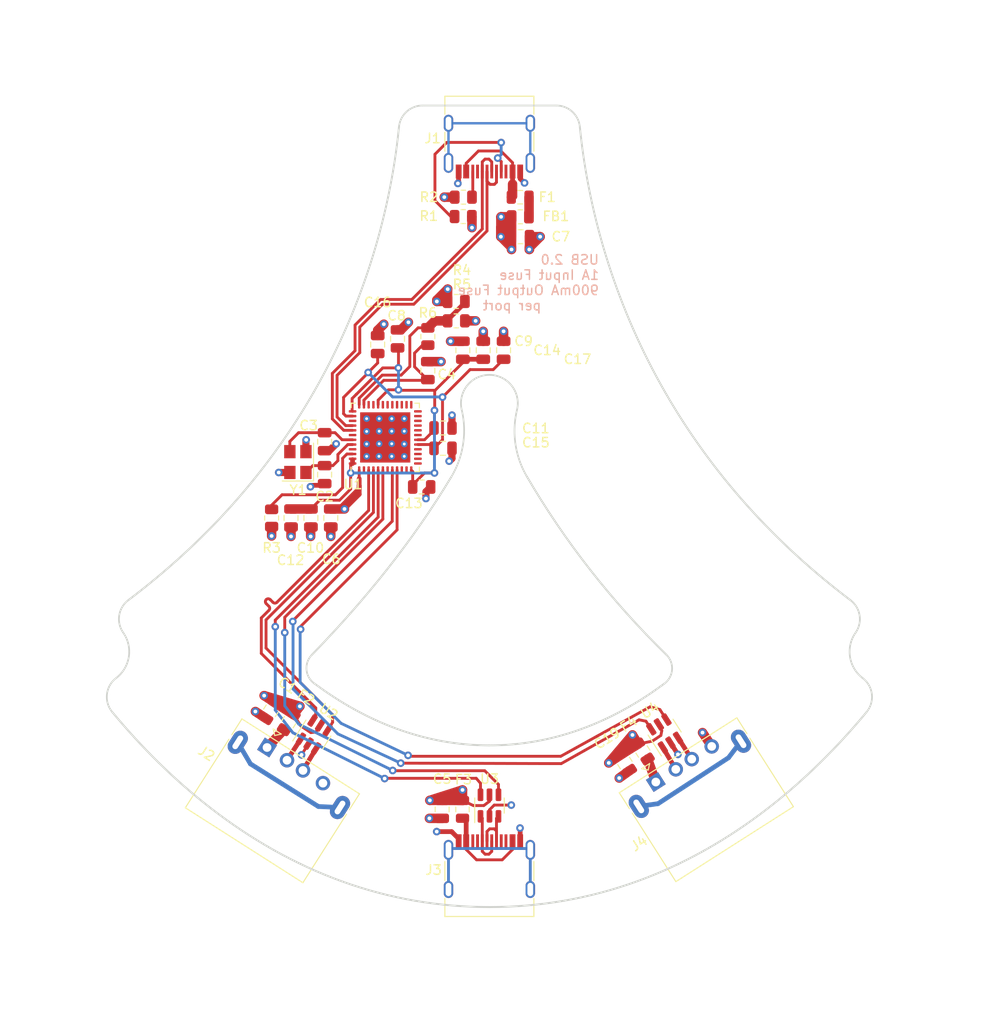
<source format=kicad_pcb>
(kicad_pcb (version 20211014) (generator pcbnew)
  (layers (0 "F.Cu" signal) (1 "In1.Cu" power) (2 "In2.Cu" power) (31 "B.Cu" signal) (34 "B.Paste" user) (35 "F.Paste" user) (36 "B.SilkS" user "B.Silkscreen") (37 "F.SilkS" user "F.Silkscreen") (38 "B.Mask" user) (39 "F.Mask" user) (44 "Edge.Cuts" user))
  (net 0 "")
  (net 1 "+5V")
  (net 2 "XTAL1")
  (net 3 "XTAL2")
  (net 4 "VCC")
  (net 5 "Net-(F2-Pad1)")
  (net 6 "Net-(F3-Pad1)")
  (net 7 "Net-(F4-Pad1)")
  (net 8 "Net-(J2-Pad2)")
  (net 9 "Net-(J2-Pad3)")
  (net 10 "+3V3")
  (net 11 "RESET")
  (net 13 "P1 D-")
  (net 14 "P1 D+")
  (net 15 "P2 D-")
  (net 16 "P2 D+")
  (net 18 "P3 D-")
  (net 19 "P3 D+")
  (net 20 "VDD12")
  (net 37 "UP D-")
  (net 38 "UP D+")
  (net 41 "Net-(F1-Pad2)")
  (net 44 "P4 D+")
  (net 45 "P4 D-")
  (net 50 "VDD33")
  (net 51 "GND")
  (net 52 "Net-(J1-PadA5)")
  (net 53 "Net-(J1-PadB5)")
  (net 54 "unconnected-(J1-PadS1)")
  (net 55 "unconnected-(J2-Pad5)")
  (net 57 "Net-(J3-PadA6)")
  (net 58 "Net-(J3-PadA7)")
  (net 62 "unconnected-(J3-PadS1)")
  (net 63 "Net-(J4-Pad2)")
  (net 64 "Net-(J4-Pad3)")
  (net 65 "unconnected-(J4-Pad5)")
  (net 66 "Net-(R3-Pad1)")
  (footprint "Capacitor_SMD:C_0805_2012Metric" (layer "F.Cu") (at 126.7 100.1 -57.5)
    (fp_text reference "C19")
    (fp_text value "1u")
  )
  (footprint "colonDcustom:USB_A_CONNFLY_DS1095-WNR0" (layer "F.Cu") (at 138.962383 97.811752 32.5)
    (fp_text reference "J4")
    (fp_text value "USB A, Port 3")
  )
  (footprint "Capacitor_SMD:C_0805_2012Metric" (layer "F.Cu") (at 95.638342 74.256379 -90)
    (fp_text reference "C6")
    (fp_text value ".1u")
  )
  (footprint "Package_TO_SOT_SMD:SOT-23-6" (layer "F.Cu") (at 130.9 97 122.5)
    (fp_text reference "U4")
    (fp_text value "USBLC6-2SC6")
  )
  (footprint "Fuse:Fuse_0805_2012Metric" (layer "F.Cu") (at 109.55 105 90)
    (fp_text reference "F3")
    (fp_text value "900m")
  )
  (footprint "Resistor_SMD:R_0805_2012Metric" (layer "F.Cu") (at 115.65 42.475 180)
    (fp_text reference "FB1")
    (fp_text value "600")
  )
  (footprint "Resistor_SMD:R_0805_2012Metric" (layer "F.Cu") (at 109.625 42.45)
    (fp_text reference "R1")
    (fp_text value "5k1")
  )
  (footprint "Resistor_SMD:R_0805_2012Metric" (layer "F.Cu") (at 89.388342 74.256379 -90)
    (fp_text reference "R3")
    (fp_text value "12k 1%")
  )
  (footprint "Capacitor_SMD:C_0805_2012Metric" (layer "F.Cu") (at 111.738342 56.556379 90)
    (fp_text reference "C14")
    (fp_text value "4.7u")
  )
  (footprint "Package_TO_SOT_SMD:SOT-23-6" (layer "F.Cu") (at 112.4 104.6 90)
    (fp_text reference "U3")
    (fp_text value "USBLC6-2SC6")
  )
  (footprint "Fuse:Fuse_0805_2012Metric" (layer "F.Cu") (at 91.2 95.8 57.5)
    (fp_text reference "F2")
    (fp_text value "900m")
  )
  (footprint "Capacitor_SMD:C_0805_2012Metric" (layer "F.Cu") (at 91.438342 74.256379 -90)
    (fp_text reference "C12")
    (fp_text value ".1u")
  )
  (footprint "colonDcustom:USB_C_Receptacle_HRO_TYPE-C-31-M-12" (layer "F.Cu") (at 112.388342 112.406379)
    (fp_text reference "J3")
    (fp_text value "USB C 2.0, Port 2")
  )
  (footprint "Capacitor_SMD:C_0805_2012Metric" (layer "F.Cu") (at 105.238342 70.981379)
    (fp_text reference "C13")
    (fp_text value ".1u")
  )
  (footprint "Package_DFN_QFN:QFN-48-1EP_7x7mm_P0.5mm_EP5.3x5.3mm" (layer "F.Cu") (at 101.388342 65.756379 90)
    (fp_text reference "U1")
    (fp_text value "USB4604-1080HN")
  )
  (footprint "Capacitor_SMD:C_0805_2012Metric" (layer "F.Cu") (at 100.588342 55.956379 90)
    (fp_text reference "C16")
    (fp_text value ".1u")
  )
  (footprint "Capacitor_SMD:C_0805_2012Metric" (layer "F.Cu") (at 109.588342 56.556379 90)
    (fp_text reference "C9")
    (fp_text value ".1u")
  )
  (footprint "Capacitor_SMD:C_0805_2012Metric" (layer "F.Cu") (at 94.988342 66.206379 90)
    (fp_text reference "C3")
    (fp_text value "8p")
  )
  (footprint "Capacitor_SMD:C_0805_2012Metric" (layer "F.Cu") (at 107.488342 66.906379)
    (fp_text reference "C15")
    (fp_text value ".1u")
  )
  (footprint "colonDcustom:USB_A_CONNFLY_DS1095-WNR0" (layer "F.Cu") (at 96.609713 104.805252 -32.5)
    (fp_text reference "J2")
    (fp_text value "USB A, Port 1")
  )
  (footprint "Capacitor_SMD:C_0805_2012Metric" (layer "F.Cu") (at 105.888342 58.706379 -90)
    (fp_text reference "C4")
    (fp_text value ".1u")
  )
  (footprint "Fuse:Fuse_0805_2012Metric" (layer "F.Cu") (at 115.638342 40.406379)
    (fp_text reference "F1")
    (fp_text value "1")
  )
  (footprint "colonDcustom:USB_C_Receptacle_HRO_TYPE-C-31-M-12" (layer "F.Cu") (at 112.388342 33.656379 180)
    (fp_text reference "J1")
    (fp_text value "USB C 2.0, Upstream")
  )
  (footprint "Crystal:Crystal_SMD_3225-4Pin_3.2x2.5mm" (layer "F.Cu") (at 92.163342 68.356379 90)
    (fp_text reference "Y1")
    (fp_text value "24M")
  )
  (footprint "Capacitor_SMD:C_0805_2012Metric" (layer "F.Cu") (at 102.688342 55.356379 90)
    (fp_text reference "C8")
    (fp_text value ".1u")
  )
  (footprint "Capacitor_SMD:C_0805_2012Metric" (layer "F.Cu") (at 113.888342 56.556379 90)
    (fp_text reference "C17")
    (fp_text value "4.7u")
  )
  (footprint "Capacitor_SMD:C_0805_2012Metric" (layer "F.Cu") (at 89.3 94.6 -122.5)
    (fp_text reference "C1")
    (fp_text value "1u")
  )
  (footprint "Resistor_SMD:R_0805_2012Metric" (layer "F.Cu") (at 108.888342 51.406379)
    (fp_text reference "R4")
    (fp_text value "50k")
  )
  (footprint "Capacitor_SMD:C_0805_2012Metric" (layer "F.Cu") (at 107.4 105 -90)
    (fp_text reference "C5")
    (fp_text value "1u")
  )
  (footprint "Package_TO_SOT_SMD:SOT-23-6" (layer "F.Cu") (at 93.9 97.1 57.5)
    (fp_text reference "U2")
    (fp_text value "USBLC6-2SC6")
  )
  (footprint "Capacitor_SMD:C_0805_2012Metric" (layer "F.Cu") (at 115.675 44.575)
    (fp_text reference "C7")
    (fp_text value "4.7u")
  )
  (footprint "Capacitor_SMD:C_0805_2012Metric" (layer "F.Cu") (at 93.538342 74.256379 -90)
    (fp_text reference "C10")
    (fp_text value ".1u")
  )
  (footprint "Capacitor_SMD:C_0805_2012Metric" (layer "F.Cu") (at 94.988342 69.681379 90)
    (fp_text reference "C2")
    (fp_text value "8p")
  )
  (footprint "Resistor_SMD:R_0805_2012Metric" (layer "F.Cu") (at 105.888342 55.106379 -90)
    (fp_text reference "R6")
    (fp_text value "10k")
  )
  (footprint "Capacitor_SMD:C_0805_2012Metric" (layer "F.Cu") (at 107.488342 64.756379)
    (fp_text reference "C11")
    (fp_text value ".1u")
  )
  (footprint "Resistor_SMD:R_0805_2012Metric" (layer "F.Cu") (at 109.638342 40.406379 180)
    (fp_text reference "R2")
    (fp_text value "5k1")
  )
  (footprint "Resistor_SMD:R_0805_2012Metric" (layer "F.Cu") (at 108.888342 53.456379)
    (fp_text reference "R5")
    (fp_text value "100k")
  )
  (footprint "Fuse:Fuse_0805_2012Metric" (layer "F.Cu") (at 128.6 98.9 122.5)
    (fp_text reference "F4")
    (fp_text value "900m")
  )
  (gr_curve (pts (xy 72.556349 94.730864) (xy 74.105144 96.600333) (xy 75.745245 98.392551) (xy 77.479622 100.091163)) (layer "Edge.Cuts") (width 0.2))
  (gr_curve (pts (xy 123.077238 40.312852) (xy 122.571591 37.90297) (xy 122.18894 35.46246) (xy 121.94447 32.987543)) (layer "Edge.Cuts") (width 0.2))
  (gr_curve (pts (xy 135.184957 109.287118) (xy 137.507853 107.983145) (xy 139.715545 106.504832) (xy 141.823817 104.876063)) (layer "Edge.Cuts") (width 0.2))
  (gr_arc (start 150.524716 82.927756) (mid 151.489216 84.533153) (end 151.067816 86.357977) (layer "Edge.Cuts") (width 0.18))
  (gr_curve (pts (xy 87.565847 70.125347) (xy 86.787481 71.088734) (xy 85.986349 72.02906) (xy 85.163106 72.946989)) (layer "Edge.Cuts") (width 0.2))
  (gr_curve (pts (xy 122.120308 96.51924) (xy 122.906325 96.233804) (xy 123.682251 95.914776) (xy 124.439404 95.568339)) (layer "Edge.Cuts") (width 0.2))
  (gr_curve (pts (xy 77.479622 100.091163) (xy 79.213999 101.789776) (xy 81.036286 103.388703) (xy 82.957604 104.873344)) (layer "Edge.Cuts") (width 0.2))
  (gr_curve (pts (xy 127.987923 112.593249) (xy 129.224727 112.145842) (xy 130.442565 111.645706) (xy 131.64193 111.094208)) (layer "Edge.Cuts") (width 0.2))
  (gr_arc (start 72.556349 94.730864) (mid 71.997576 92.850901) (end 72.967707 91.146398) (layer "Edge.Cuts") (width 0.18))
  (gr_curve (pts (xy 99.8 47.5) (xy 99.037673 49.864786) (xy 98.15708 52.172208) (xy 97.16299 54.417712)) (layer "Edge.Cuts") (width 0.2))
  (gr_line (start 119.456578 30.733293) (end 105.328818 30.733293) (layer "Edge.Cuts") (width 0.18))
  (gr_curve (pts (xy 124.968278 47.449346) (xy 124.213501 45.101498) (xy 123.582886 42.722734) (xy 123.077238 40.312852)) (layer "Edge.Cuts") (width 0.2))
  (gr_curve (pts (xy 85.163106 72.946989) (xy 81.870133 76.618707) (xy 78.224543 79.933256) (xy 74.258324 82.923038)) (layer "Edge.Cuts") (width 0.2))
  (gr_curve (pts (xy 128.801268 93.164846) (xy 129.150431 92.938849) (xy 129.496179 92.706726) (xy 129.838629 92.468684)) (layer "Edge.Cuts") (width 0.2))
  (gr_curve (pts (xy 147.305789 100.091178) (xy 149.040084 98.392827) (xy 150.677337 96.604009) (xy 152.226159 94.734974)) (layer "Edge.Cuts") (width 0.2))
  (gr_arc (start 116.339416 69.865168) (mid 115.14444 66.46095) (end 115.305429 62.856682) (layer "Edge.Cuts") (width 0.18))
  (gr_curve (pts (xy 134.935063 67.145011) (xy 133.494976 65.155336) (xy 132.163989 63.09778) (xy 130.942379 60.972171)) (layer "Edge.Cuts") (width 0.2))
  (gr_curve (pts (xy 82.957604 104.873344) (xy 85.067673 106.503824) (xy 87.277409 107.983612) (xy 89.60267 109.288731)) (layer "Edge.Cuts") (width 0.2))
  (gr_curve (pts (xy 89.60267 109.288731) (xy 91.92793 110.59385) (xy 94.343198 111.709251) (xy 96.852216 112.613249)) (layer "Edge.Cuts") (width 0.2))
  (gr_curve (pts (xy 124.219936 113.775396) (xy 125.49533 113.435277) (xy 126.751119 113.040655) (xy 127.987923 112.593249)) (layer "Edge.Cuts") (width 0.2))
  (gr_arc (start 131.092428 88.697068) (mid 131.681243 90.273393) (end 130.858589 91.741298) (layer "Edge.Cuts") (width 0.18))
  (gr_curve (pts (xy 104.50641 114.639996) (xy 107.096774 115.08799) (xy 109.725729 115.310312) (xy 112.392701 115.310312)) (layer "Edge.Cuts") (width 0.2))
  (gr_curve (pts (xy 129.838629 92.468684) (xy 130.181079 92.230642) (xy 130.519878 91.986048) (xy 130.858589 91.741298)) (layer "Edge.Cuts") (width 0.2))
  (gr_arc (start 109.468527 62.845454) (mid 109.608981 66.487644) (end 108.368835 69.915079) (layer "Edge.Cuts") (width 0.18))
  (gr_arc (start 73.715305 86.353369) (mid 74.306114 88.900339) (end 72.967707 91.146398) (layer "Edge.Cuts") (width 0.18))
  (gr_curve (pts (xy 127.608349 54.389527) (xy 127.108179 53.257887) (xy 126.635024 52.105899) (xy 126.194619 50.947666)) (layer "Edge.Cuts") (width 0.2))
  (gr_arc (start 102.840928 32.987519) (mid 103.649956 31.380408) (end 105.328818 30.733293) (layer "Edge.Cuts") (width 0.18))
  (gr_curve (pts (xy 93.838885 60.974712) (xy 92.616711 63.100441) (xy 91.280401 65.166232) (xy 89.827665 67.170884)) (layer "Edge.Cuts") (width 0.2))
  (gr_curve (pts (xy 102.581322 96.488655) (xy 103.363184 96.77528) (xy 104.164848 97.032025) (xy 104.969685 97.251743)) (layer "Edge.Cuts") (width 0.2))
  (gr_curve (pts (xy 139.583599 72.909479) (xy 138.755081 71.984169) (xy 137.951969 71.039288) (xy 137.177222 70.078486)) (layer "Edge.Cuts") (width 0.2))
  (gr_curve (pts (xy 97.699066 84.324001) (xy 97.039055 85.070768) (xy 96.369463 85.809064) (xy 95.690772 86.539315)) (layer "Edge.Cuts") (width 0.2))
  (gr_curve (pts (xy 131.64193 111.094208) (xy 132.841294 110.542711) (xy 134.023509 109.939105) (xy 135.184957 109.287118)) (layer "Edge.Cuts") (width 0.2))
  (gr_curve (pts (xy 141.823817 104.876063) (xy 143.744978 103.391894) (xy 145.571495 101.78953) (xy 147.305789 100.091178)) (layer "Edge.Cuts") (width 0.2))
  (gr_curve (pts (xy 128.979363 86.566178) (xy 128.286392 85.844961) (xy 127.605302 85.112345) (xy 126.936241 84.368189)) (layer "Edge.Cuts") (width 0.2))
  (gr_curve (pts (xy 131.092428 88.697068) (xy 130.38046 87.994076) (xy 129.672335 87.287396) (xy 128.979363 86.566178)) (layer "Edge.Cuts") (width 0.2))
  (gr_curve (pts (xy 93.893597 91.716095) (xy 94.231566 91.961049) (xy 94.56965 92.205782) (xy 94.911238 92.44379)) (layer "Edge.Cuts") (width 0.2))
  (gr_arc (start 109.468527 62.845454) (mid 112.394086 59.155669) (end 115.305429 62.856682) (layer "Edge.Cuts") (width 0.18))
  (gr_curve (pts (xy 101.539812 79.737945) (xy 100.30117 81.302872) (xy 99.019088 82.830468) (xy 97.699066 84.324001)) (layer "Edge.Cuts") (width 0.2))
  (gr_arc (start 93.893597 91.716095) (mid 93.074793 90.272044) (end 93.628815 88.707186) (layer "Edge.Cuts") (width 0.18))
  (gr_curve (pts (xy 95.945479 93.139627) (xy 96.641358 93.591264) (xy 97.350118 94.01818) (xy 98.072612 94.418739)) (layer "Edge.Cuts") (width 0.2))
  (gr_curve (pts (xy 150.524716 82.927756) (xy 146.556938 79.936854) (xy 142.897667 76.61072) (xy 139.583599 72.909479)) (layer "Edge.Cuts") (width 0.2))
  (gr_curve (pts (xy 89.827665 67.170884) (xy 89.101296 68.173209) (xy 88.344212 69.161961) (xy 87.565847 70.125347)) (layer "Edge.Cuts") (width 0.2))
  (gr_curve (pts (xy 112.347204 98.250912) (xy 113.18195 98.252257) (xy 114.023123 98.216087) (xy 114.852632 98.14305)) (layer "Edge.Cuts") (width 0.2))
  (gr_curve (pts (xy 101.705295 40.325034) (xy 101.197057 42.743482) (xy 100.562327 45.135215) (xy 99.8 47.5)) (layer "Edge.Cuts") (width 0.2))
  (gr_curve (pts (xy 123.075734 79.773871) (xy 120.605335 76.624424) (xy 118.358153 73.321927) (xy 116.339416 69.865168)) (layer "Edge.Cuts") (width 0.2))
  (gr_curve (pts (xy 126.194619 50.947666) (xy 125.754215 49.789434) (xy 125.345667 48.623269) (xy 124.968278 47.449346)) (layer "Edge.Cuts") (width 0.2))
  (gr_curve (pts (xy 114.852632 98.14305) (xy 115.682141 98.070013) (xy 116.504139 97.960294) (xy 117.318819 97.81484)) (layer "Edge.Cuts") (width 0.2))
  (gr_arc (start 119.456578 30.733293) (mid 121.135445 31.380419) (end 121.94447 32.987543) (layer "Edge.Cuts") (width 0.18))
  (gr_curve (pts (xy 120.334429 114.630293) (xy 121.647842 114.401435) (xy 122.944543 114.115515) (xy 124.219936 113.775396)) (layer "Edge.Cuts") (width 0.2))
  (gr_curve (pts (xy 126.936241 84.368189) (xy 125.598119 82.879877) (xy 124.310934 81.348595) (xy 123.075734 79.773871)) (layer "Edge.Cuts") (width 0.2))
  (gr_curve (pts (xy 112.392701 115.310312) (xy 115.059974 115.310312) (xy 117.707602 115.088009) (xy 120.334429 114.630293)) (layer "Edge.Cuts") (width 0.2))
  (gr_curve (pts (xy 137.177222 70.078486) (xy 136.402474 69.117685) (xy 135.655106 68.139848) (xy 134.935063 67.145011)) (layer "Edge.Cuts") (width 0.2))
  (gr_curve (pts (xy 95.690772 86.539315) (xy 95.012081 87.269567) (xy 94.321909 87.989669) (xy 93.628815 88.707186)) (layer "Edge.Cuts") (width 0.2))
  (gr_curve (pts (xy 100.649938 113.797991) (xy 101.9257 114.135549) (xy 103.211228 114.416) (xy 104.50641 114.639996)) (layer "Edge.Cuts") (width 0.2))
  (gr_curve (pts (xy 96.852216 112.613249) (xy 98.106726 113.065247) (xy 99.374175 113.460433) (xy 100.649938 113.797991)) (layer "Edge.Cuts") (width 0.2))
  (gr_curve (pts (xy 98.072612 94.418739) (xy 99.517601 95.219856) (xy 101.017598 95.915406) (xy 102.581322 96.488655)) (layer "Edge.Cuts") (width 0.2))
  (gr_curve (pts (xy 94.911238 92.44379) (xy 95.252826 92.681798) (xy 95.597539 92.913808) (xy 95.945479 93.139627)) (layer "Edge.Cuts") (width 0.2))
  (gr_arc (start 151.815247 91.150475) (mid 152.785163 92.85509) (end 152.226159 94.734974) (layer "Edge.Cuts") (width 0.18))
  (gr_curve (pts (xy 102.840928 32.987519) (xy 102.596513 35.461685) (xy 102.213534 37.906587) (xy 101.705295 40.325034)) (layer "Edge.Cuts") (width 0.2))
  (gr_curve (pts (xy 108.368835 69.915079) (xy 106.314925 73.338451) (xy 104.017094 76.60809) (xy 101.539812 79.737945)) (layer "Edge.Cuts") (width 0.2))
  (gr_arc (start 73.715305 86.353369) (mid 73.293843 84.528507) (end 74.258324 82.923038) (layer "Edge.Cuts") (width 0.18))
  (gr_curve (pts (xy 124.439404 95.568339) (xy 125.196557 95.221902) (xy 125.937817 94.846948) (xy 126.664402 94.445661)) (layer "Edge.Cuts") (width 0.2))
  (gr_curve (pts (xy 126.664402 94.445661) (xy 127.390986 94.044374) (xy 128.102943 93.61684) (xy 128.801268 93.164846)) (layer "Edge.Cuts") (width 0.2))
  (gr_curve (pts (xy 107.399019 97.802665) (xy 109.028465 98.097736) (xy 110.677713 98.248222) (xy 112.347204 98.250912)) (layer "Edge.Cuts") (width 0.2))
  (gr_curve (pts (xy 97.16299 54.417712) (xy 96.1689 56.663215) (xy 95.061059 58.848984) (xy 93.838885 60.974712)) (layer "Edge.Cuts") (width 0.2))
  (gr_arc (start 151.815247 91.150475) (mid 150.477031 88.904648) (end 151.067816 86.357977) (layer "Edge.Cuts") (width 0.18))
  (gr_curve (pts (xy 130.942379 60.972171) (xy 129.720769 58.846563) (xy 128.608689 56.652807) (xy 127.608349 54.389527)) (layer "Edge.Cuts") (width 0.2))
  (gr_curve (pts (xy 104.969685 97.251743) (xy 105.774522 97.47146) (xy 106.584296 97.655129) (xy 107.399019 97.802665)) (layer "Edge.Cuts") (width 0.2))
  (gr_curve (pts (xy 117.318819 97.81484) (xy 118.94818 97.523932) (xy 120.548276 97.090112) (xy 122.120308 96.51924)) (layer "Edge.Cuts") (width 0.2))
  (gr_text "USB 2.0\n1A Input Fuse\n900mA Output Fuse \n        per port" (at 124.05 49.425) (layer "B.SilkS") (effects (font (size 1 1)) (justify left mirror)))
  (segment (start 127.5 97.15) (end 125 100.1) (width 1) (layer "F.Cu") (net 1))
  (segment (start 106.838342 51.256379) (end 107.988342 50.106379) (width 1) (layer "F.Cu") (net 1))
  (segment (start 126.189565 99.298778) (end 125 100.1) (width 1) (layer "F.Cu") (net 1))
  (segment (start 98.638342 71.756379) (end 98.638342 70.856379) (width 0.5) (layer "F.Cu") (net 1))
  (segment (start 128.096282 98.109321) (end 127.5 97.15) (width 1) (layer "F.Cu") (net 1))
  (segment (start 91.703718 95.009321) (end 92.475 96.2) (width 0.3) (layer "F.Cu") (net 1))
  (segment (start 107.975842 50.118879) (end 107.988342 50.106379) (width 1) (layer "F.Cu") (net 1))
  (segment (start 91.703718 95.009321) (end 89.810435 93.798778) (width 1) (layer "F.Cu") (net 1))
  (segment (start 113.6 44.575) (end 113.6 42.5) (width 1) (layer "F.Cu") (net 1))
  (segment (start 114.725 44.575) (end 114.725 43.575) (width 1) (layer "F.Cu") (net 1))
  (segment (start 106.1 104.05) (end 109.55 102.95) (width 1) (layer "F.Cu") (net 1))
  (segment (start 107.4 104.05) (end 106.1 104.05) (width 1) (layer "F.Cu") (net 1))
  (segment (start 91.703718 95.009321) (end 92.375 94.125) (width 1) (layer "F.Cu") (net 1))
  (segment (start 113.6 43.6125) (end 114.7375 42.475) (width 1) (layer "F.Cu") (net 1))
  (segment (start 113.6 44.575) (end 113.6 43.6125) (width 1) (layer "F.Cu") (net 1))
  (segment (start 96.479764 73.306379) (end 95.638342 73.306379) (width 0.5) (layer "F.Cu") (net 1))
  (segment (start 114.688342 45.011379) (end 114.688342 44.611658) (width 0.3) (layer "F.Cu") (net 1))
  (segment (start 107.975842 51.406379) (end 107.975842 50.118879) (width 1) (layer "F.Cu") (net 1))
  (segment (start 130.6 96.7) (end 130.288822 96.040642) (width 0.3) (layer "F.Cu") (net 1))
  (segment (start 92.375 94.125) (end 88.6 93) (width 1) (layer "F.Cu") (net 1))
  (segment (start 114.725 44.575) (end 114.725 45.925) (width 1) (layer "F.Cu") (net 1))
  (segment (start 98.638342 71.147801) (end 96.479764 73.306379) (width 0.5) (layer "F.Cu") (net 1))
  (segment (start 92.475 96.2) (end 93.525 96.9) (width 0.3) (layer "F.Cu") (net 1))
  (segment (start 114.725 43.575) (end 113.625 42.475) (width 1) (layer "F.Cu") (net 1))
  (segment (start 109.55 104.0625) (end 109.55 102.95) (width 1) (layer "F.Cu") (net 1))
  (segment (start 114.725 44.575) (end 113.6 44.575) (width 1) (layer "F.Cu") (net 1))
  (segment (start 95.638342 73.306379) (end 97.088342 73.306379) (width 1) (layer "F.Cu") (net 1))
  (segment (start 114.7375 42.475) (end 114.7375 44.5625) (width 1) (layer "F.Cu") (net 1))
  (segment (start 114.5625 44.575) (end 113.6 43.6125) (width 1) (layer "F.Cu") (net 1))
  (segment (start 129.6 97.8) (end 130.5 97.2) (width 0.3) (layer "F.Cu") (net 1))
  (segment (start 128.096282 98.109321) (end 129.6 97.8) (width 0.3) (layer "F.Cu") (net 1))
  (segment (start 93.525 96.9) (end 94.05 96.85) (width 0.3) (layer "F.Cu") (net 1))
  (segment (start 130.5 97.2) (end 130.6 96.7) (width 0.3) (layer "F.Cu") (net 1))
  (segment (start 98.638342 70.106379) (end 98.638342 70.856379) (width 0.5) (layer "F.Cu") (net 1))
  (segment (start 106.838342 51.406379) (end 106.838342 51.256379) (width 1) (layer "F.Cu") (net 1))
  (segment (start 114.7375 44.5625) (end 114.725 44.575) (width 1) (layer "F.Cu") (net 1))
  (segment (start 114.725 45.925) (end 114.725 45.7) (width 1) (layer "F.Cu") (net 1))
  (segment (start 109.55 104.0625) (end 110.7 104.6) (width 0.3) (layer "F.Cu") (net 1))
  (segment (start 89.810435 93.798778) (end 88.6 93) (width 1) (layer "F.Cu") (net 1))
  (segment (start 114.725 45.7) (end 113.6 44.575) (width 1) (layer "F.Cu") (net 1))
  (segment (start 111.8 104.6) (end 112.4 104.15) (width 0.3) (layer "F.Cu") (net 1))
  (segment (start 114.688342 44.611658) (end 114.725 44.575) (width 0.3) (layer "F.Cu") (net 1))
  (segment (start 107.975842 51.406379) (end 106.838342 51.406379) (width 1) (layer "F.Cu") (net 1))
  (segment (start 114.725 44.575) (end 114.5625 44.575) (width 1) (layer "F.Cu") (net 1))
  (segment (start 97.088342 73.306379) (end 98.638342 71.756379) (width 0.5) (layer "F.Cu") (net 1))
  (segment (start 98.638342 70.856379) (end 98.638342 71.147801) (width 0.5) (layer "F.Cu") (net 1))
  (segment (start 126.189565 99.298778) (end 128.096282 98.109321) (width 1) (layer "F.Cu") (net 1))
  (segment (start 112.4 104.15) (end 112.4 103.4625) (width 0.3) (layer "F.Cu") (net 1))
  (segment (start 98.638342 69.206379) (end 98.638342 70.106379) (width 0.3) (layer "F.Cu") (net 1))
  (segment (start 113.6 42.5) (end 113.625 42.475) (width 1) (layer "F.Cu") (net 1))
  (segment (start 94.05 96.85) (end 94.511178 96.140642) (width 0.3) (layer "F.Cu") (net 1))
  (segment (start 110.7 104.6) (end 111.8 104.6) (width 0.3) (layer "F.Cu") (net 1))
  (segment (start 109.55 104.0625) (end 107.4 104.05) (width 1) (layer "F.Cu") (net 1))
  (segment (start 114.7375 42.475) (end 113.625 42.475) (width 1) (layer "F.Cu") (net 1))
  (via (at 106.838342 51.406379) (size 0.8) (drill 0.4) (layers "F.Cu" "B.Cu") (net 1))
  (via (at 109.55 102.95) (size 0.8) (drill 0.4) (layers "F.Cu" "B.Cu") (net 1))
  (via (at 107.988342 50.106379) (size 0.8) (drill 0.4) (layers "F.Cu" "B.Cu") (net 1))
  (via (at 113.6 44.575) (size 0.8) (drill 0.4) (layers "F.Cu" "B.Cu") (net 1))
  (via (at 114.725 45.925) (size 0.8) (drill 0.4) (layers "F.Cu" "B.Cu") (net 1))
  (via (at 92.375 94.125) (size 0.8) (drill 0.4) (layers "F.Cu" "B.Cu") (net 1))
  (via (at 106.1 104.05) (size 0.8) (drill 0.4) (layers "F.Cu" "B.Cu") (net 1))
  (via (at 97.088342 73.306379) (size 0.8) (drill 0.4) (layers "F.Cu" "B.Cu") (net 1))
  (via (at 113.625 42.475) (size 0.8) (drill 0.4) (layers "F.Cu" "B.Cu") (net 1))
  (via (at 125 100.1) (size 0.8) (drill 0.4) (layers "F.Cu" "B.Cu") (net 1))
  (via (at 127.5 97.15) (size 0.8) (drill 0.4) (layers "F.Cu" "B.Cu") (net 1))
  (via (at 88.6 93) (size 0.8) (drill 0.4) (layers "F.Cu" "B.Cu") (net 1))
  (segment (start 96.388342 68.206379) (end 96.388342 67.556379) (width 0.3) (layer "F.Cu") (net 2))
  (segment (start 97.438342 66.506379) (end 97.938342 66.506379) (width 0.3) (layer "F.Cu") (net 2))
  (segment (start 94.988342 68.731379) (end 93.738342 68.731379) (width 0.3) (layer "F.Cu") (net 2))
  (segment (start 93.738342 68.731379) (end 93.013342 69.456379) (width 0.3) (layer "F.Cu") (net 2))
  (segment (start 95.863342 68.731379) (end 96.388342 68.206379) (width 0.3) (layer "F.Cu") (net 2))
  (segment (start 96.388342 67.556379) (end 97.438342 66.506379) (width 0.3) (layer "F.Cu") (net 2))
  (segment (start 94.988342 68.731379) (end 95.863342 68.731379) (width 0.3) (layer "F.Cu") (net 2))
  (segment (start 91.313342 66.181379) (end 92.238342 65.256379) (width 0.3) (layer "F.Cu") (net 3))
  (segment (start 92.238342 65.256379) (end 94.988342 65.256379) (width 0.3) (layer "F.Cu") (net 3))
  (segment (start 96.088342 65.256379) (end 94.988342 65.256379) (width 0.3) (layer "F.Cu") (net 3))
  (segment (start 96.838342 66.006379) (end 96.088342 65.256379) (width 0.3) (layer "F.Cu") (net 3))
  (segment (start 97.938342 66.006379) (end 96.838342 66.006379) (width 0.3) (layer "F.Cu") (net 3))
  (segment (start 91.313342 67.256379) (end 91.313342 66.181379) (width 0.3) (layer "F.Cu") (net 3))
  (segment (start 109.938342 36.826379) (end 111.235342 35.529379) (width 0.3) (layer "F.Cu") (net 4))
  (segment (start 114.700842 40.406379) (end 114.838342 40.268879) (width 1) (layer "F.Cu") (net 4))
  (segment (start 111.235342 35.529379) (end 113.596746 35.529379) (width 0.3) (layer "F.Cu") (net 4))
  (segment (start 114.838342 40.268879) (end 114.838342 39.031379) (width 1) (layer "F.Cu") (net 4))
  (segment (start 113.596746 35.529379) (end 114.838342 36.770975) (width 0.3) (layer "F.Cu") (net 4))
  (segment (start 109.938342 37.701379) (end 109.938342 36.826379) (width 0.3) (layer "F.Cu") (net 4))
  (segment (start 114.838342 36.770975) (end 114.838342 37.701379) (width 0.3) (layer "F.Cu") (net 4))
  (segment (start 114.838342 37.701379) (end 114.838342 39.031379) (width 0.5) (layer "F.Cu") (net 4))
  (segment (start 88.904897 98.473916) (end 90.696282 96.590679) (width 1) (layer "F.Cu") (net 5))
  (segment (start 111.026963 110.325) (end 113.744721 110.325) (width 0.3) (layer "F.Cu") (net 6))
  (segment (start 113.744721 110.325) (end 114.838342 109.231379) (width 0.3) (layer "F.Cu") (net 6))
  (segment (start 109.938342 108.361379) (end 109.938342 106.325842) (width 0.5) (layer "F.Cu") (net 6))
  (segment (start 114.838342 109.231379) (end 114.838342 108.361379) (width 0.3) (layer "F.Cu") (net 6))
  (segment (start 109.938342 109.236379) (end 111.026963 110.325) (width 0.3) (layer "F.Cu") (net 6))
  (segment (start 109.938342 106.325842) (end 109.55 105.9375) (width 0.5) (layer "F.Cu") (net 6))
  (segment (start 109.938342 108.361379) (end 109.938342 109.236379) (width 0.3) (layer "F.Cu") (net 6))
  (segment (start 129.968048 102.118948) (end 129.103718 99.690679) (width 1) (layer "F.Cu") (net 7))
  (segment (start 91.013376 99.817165) (end 92.4876 97.548923) (width 0.5) (layer "F.Cu") (net 8))
  (segment (start 92.700159 100.891764) (end 94.090044 98.569792) (width 0.5) (layer "F.Cu") (net 9))
  (segment (start 107.975842 53.368879) (end 109.800842 51.543879) (width 0.5) (layer "F.Cu") (net 10))
  (segment (start 103.988342 55.056379) (end 103.988342 58.26754) (width 0.3) (layer "F.Cu") (net 10))
  (segment (start 106.625842 53.456379) (end 105.888342 54.193879) (width 1) (layer "F.Cu") (net 10))
  (segment (start 103.988342 58.26754) (end 103.074503 59.181379) (width 0.3) (layer "F.Cu") (net 10))
  (segment (start 101.072873 59.181379) (end 98.638342 61.61591) (width 0.3) (layer "F.Cu") (net 10))
  (segment (start 104.850842 54.193879) (end 103.988342 55.056379) (width 0.3) (layer "F.Cu") (net 10))
  (segment (start 98.638342 61.61591) (end 98.638342 62.306379) (width 0.3) (layer "F.Cu") (net 10))
  (segment (start 107.975842 53.456379) (end 107.975842 53.368879) (width 0.5) (layer "F.Cu") (net 10))
  (segment (start 107.975842 53.456379) (end 106.625842 53.456379) (width 1) (layer "F.Cu") (net 10))
  (segment (start 105.888342 54.193879) (end 104.850842 54.193879) (width 0.3) (layer "F.Cu") (net 10))
  (segment (start 103.074503 59.181379) (end 101.072873 59.181379) (width 0.3) (layer "F.Cu") (net 10))
  (segment (start 109.800842 51.543879) (end 109.800842 51.406379) (width 0.5) (layer "F.Cu") (net 10))
  (segment (start 99.138342 62.306379) (end 99.138342 61.823016) (width 0.3) (layer "F.Cu") (net 11))
  (segment (start 105.838342 59.656379) (end 105.888342 59.656379) (width 0.3) (layer "F.Cu") (net 11))
  (segment (start 105.325842 56.018879) (end 104.488342 56.856379) (width 0.3) (layer "F.Cu") (net 11))
  (segment (start 104.488342 58.306379) (end 105.838342 59.656379) (width 0.3) (layer "F.Cu") (net 11))
  (segment (start 104.488342 56.856379) (end 104.488342 58.306379) (width 0.3) (layer "F.Cu") (net 11))
  (segment (start 105.888342 59.656379) (end 105.863342 59.681379) (width 0.3) (layer "F.Cu") (net 11))
  (segment (start 99.138342 61.823016) (end 101.229979 59.731379) (width 0.3) (layer "F.Cu") (net 11))
  (segment (start 105.863342 59.681379) (end 105.863342 59.731379) (width 0.3) (layer "F.Cu") (net 11))
  (segment (start 105.813342 59.731379) (end 105.888342 59.656379) (width 0.3) (layer "F.Cu") (net 11))
  (segment (start 101.229979 59.731379) (end 105.813342 59.731379) (width 0.3) (layer "F.Cu") (net 11))
  (segment (start 105.888342 56.018879) (end 105.325842 56.018879) (width 0.3) (layer "F.Cu") (net 11))
  (segment (start 88.3 84.8) (end 89.1 84) (width 0.3) (layer "F.Cu") (net 13))
  (segment (start 89.241424 82.868629) (end 89.524267 83.151472) (width 0.3) (layer "F.Cu") (net 13))
  (segment (start 99.638342 73.461658) (end 99.638342 69.206379) (width 0.3) (layer "F.Cu") (net 13))
  (segment (start 89.948531 83.151472) (end 89.94853 83.151471) (width 0.3) (layer "F.Cu") (net 13))
  (segment (start 88.3 88.55) (end 88.3 84.8) (width 0.3) (layer "F.Cu") (net 13))
  (segment (start 93.709956 95.630208) (end 94.05 95.290164) (width 0.3) (layer "F.Cu") (net 13))
  (segment (start 94.05 95.290164) (end 94.05 94.3) (width 0.3) (layer "F.Cu") (net 13))
  (segment (start 89.1 83.575736) (end 88.817158 83.292894) (width 0.3) (layer "F.Cu") (net 13))
  (segment (start 89.94853 83.151471) (end 99.638342 73.461658) (width 0.3) (layer "F.Cu") (net 13))
  (segment (start 89.241424 82.86863) (end 89.241424 82.868629) (width 0.3) (layer "F.Cu") (net 13))
  (segment (start 94.05 94.3) (end 88.3 88.55) (width 0.3) (layer "F.Cu") (net 13))
  (arc (start 88.817158 83.292894) (mid 88.72929 83.080762) (end 88.817158 82.86863) (width 0.3) (layer "F.Cu") (net 13))
  (arc (start 89.1 84) (mid 89.187868 83.787868) (end 89.1 83.575736) (width 0.3) (layer "F.Cu") (net 13))
  (arc (start 88.817158 82.86863) (mid 89.029292 82.780761) (end 89.241424 82.86863) (width 0.3) (layer "F.Cu") (net 13))
  (arc (start 89.524267 83.151472) (mid 89.736399 83.23934) (end 89.948531 83.151472) (width 0.3) (layer "F.Cu") (net 13))
  (segment (start 100.138342 73.668764) (end 100.138342 69.206379) (width 0.3) (layer "F.Cu") (net 14))
  (segment (start 95.3124 96.651077) (end 95.825 95.825) (width 0.3) (layer "F.Cu") (net 14))
  (segment (start 95.825 95.009888) (end 88.8 87.984888) (width 0.3) (layer "F.Cu") (net 14))
  (segment (start 88.8 85.007106) (end 100.138342 73.668764) (width 0.3) (layer "F.Cu") (net 14))
  (segment (start 95.825 95.825) (end 95.825 95.009888) (width 0.3) (layer "F.Cu") (net 14))
  (segment (start 88.8 87.984888) (end 88.8 85.007106) (width 0.3) (layer "F.Cu") (net 14))
  (segment (start 89.775 85.725) (end 89.775 85.030755) (width 0.3) (layer "F.Cu") (net 15))
  (segment (start 100.638342 74.167413) (end 100.638342 69.206379) (width 0.3) (layer "F.Cu") (net 15))
  (segment (start 101.325 101.75) (end 101.35 101.725) (width 0.3) (layer "F.Cu") (net 15))
  (segment (start 111.45 102.25) (end 111.45 103.4625) (width 0.3) (layer "F.Cu") (net 15))
  (segment (start 101.35 101.725) (end 111 101.725) (width 0.3) (layer "F.Cu") (net 15))
  (segment (start 111 101.725) (end 111.45 102.25) (width 0.3) (layer "F.Cu") (net 15))
  (segment (start 89.775 85.030755) (end 100.638342 74.167413) (width 0.3) (layer "F.Cu") (net 15))
  (via (at 89.775 85.725) (size 0.8) (drill 0.4) (layers "F.Cu" "B.Cu") (net 15))
  (via (at 101.325 101.75) (size 0.8) (drill 0.4) (layers "F.Cu" "B.Cu") (net 15))
  (segment (start 91.634137 96.915863) (end 101.325 101.75) (width 0.3) (layer "B.Cu") (net 15))
  (segment (start 91.634137 96.915863) (end 89.775 94.525) (width 0.3) (layer "B.Cu") (net 15))
  (segment (start 89.775 85.725) (end 89.775 94.525) (width 0.3) (layer "B.Cu") (net 15))
  (segment (start 90.775 86.35) (end 90.775 84.737861) (width 0.3) (layer "F.Cu") (net 16))
  (segment (start 102.2 100.925) (end 111.9 100.925) (width 0.3) (layer "F.Cu") (net 16))
  (segment (start 111.9 100.925) (end 113.35 102.375) (width 0.3) (layer "F.Cu") (net 16))
  (segment (start 102.175 100.9) (end 102.2 100.925) (width 0.3) (layer "F.Cu") (net 16))
  (segment (start 113.35 102.375) (end 113.35 103.4625) (width 0.3) (layer "F.Cu") (net 16))
  (segment (start 90.775 84.737861) (end 101.138342 74.374519) (width 0.3) (layer "F.Cu") (net 16))
  (segment (start 101.138342 74.374519) (end 101.138342 69.206379) (width 0.3) (layer "F.Cu") (net 16))
  (via (at 90.775 86.35) (size 0.8) (drill 0.4) (layers "F.Cu" "B.Cu") (net 16))
  (via (at 102.175 100.9) (size 0.8) (drill 0.4) (layers "F.Cu" "B.Cu") (net 16))
  (segment (start 92.261349 96.013651) (end 102.175 100.9) (width 0.3) (layer "B.Cu") (net 16))
  (segment (start 92.261349 96.013651) (end 90.775 94.075) (width 0.3) (layer "B.Cu") (net 16))
  (segment (start 90.775 86.35) (end 90.775 94.075) (width 0.3) (layer "B.Cu") (net 16))
  (segment (start 91.625 85.175) (end 91.625 85.1) (width 0.3) (layer "F.Cu") (net 18))
  (segment (start 91.625 85.1) (end 102.125 74.6) (width 0.3) (layer "F.Cu") (net 18))
  (segment (start 129.4876 96.551077) (end 128.925 95.7) (width 0.3) (layer "F.Cu") (net 18))
  (segment (start 128.2 95.55) (end 119.975 100.175) (width 0.3) (layer "F.Cu") (net 18))
  (segment (start 102.125 74.6) (end 102.138342 69.206379) (width 0.3) (layer "F.Cu") (net 18))
  (segment (start 128.925 95.7) (end 128.2 95.55) (width 0.3) (layer "F.Cu") (net 18))
  (segment (start 119.975 100.175) (end 103.025 100.125) (width 0.3) (layer "F.Cu") (net 18))
  (via (at 91.625 85.175) (size 0.8) (drill 0.4) (layers "F.Cu" "B.Cu") (net 18))
  (via (at 103.025 100.125) (size 0.8) (drill 0.4) (layers "F.Cu" "B.Cu") (net 18))
  (segment (start 103.025 100.125) (end 96.3875 97.0375) (width 0.3) (layer "B.Cu") (net 18))
  (segment (start 91.65 85.2) (end 91.65 92.3) (width 0.3) (layer "B.Cu") (net 18))
  (segment (start 91.625 85.175) (end 91.65 85.2) (width 0.3) (layer "B.Cu") (net 18))
  (segment (start 91.65 92.3) (end 96.3875 97.0375) (width 0.3) (layer "B.Cu") (net 18))
  (segment (start 92.45 85.7) (end 102.638342 75.511658) (width 0.3) (layer "F.Cu") (net 19))
  (segment (start 129.375 94.175) (end 130.4 94.475) (width 0.3) (layer "F.Cu") (net 19))
  (segment (start 119.925 99.4) (end 129.375 94.175) (width 0.3) (layer "F.Cu") (net 19))
  (segment (start 130.4 94.475) (end 131.090044 95.530208) (width 0.3) (layer "F.Cu") (net 19))
  (segment (start 103.8 99.3) (end 103.9 99.4) (width 0.3) (layer "F.Cu") (net 19))
  (segment (start 92.45 86) (end 92.45 85.7) (width 0.3) (layer "F.Cu") (net 19))
  (segment (start 102.638342 75.511658) (end 102.638342 69.206379) (width 0.3) (layer "F.Cu") (net 19))
  (segment (start 103.9 99.4) (end 119.925 99.4) (width 0.3) (layer "F.Cu") (net 19))
  (via (at 92.45 86) (size 0.8) (drill 0.4) (layers "F.Cu" "B.Cu") (net 19))
  (via (at 103.8 99.3) (size 0.8) (drill 0.4) (layers "F.Cu" "B.Cu") (net 19))
  (segment (start 92.45 86) (end 92.4 86.05) (width 0.3) (layer "B.Cu") (net 19))
  (segment (start 92.4 86.05) (end 92.4 91.6) (width 0.3) (layer "B.Cu") (net 19))
  (segment (start 103.8 99.3) (end 96.725 95.925) (width 0.3) (layer "B.Cu") (net 19))
  (segment (start 92.4 91.6) (end 96.725 95.925) (width 0.3) (layer "B.Cu") (net 19))
  (segment (start 96.988342 61.531379) (end 96.988342 63.256379) (width 0.3) (layer "F.Cu") (net 20))
  (segment (start 107.438342 66.006379) (end 107.438342 61.506379) (width 0.3) (layer "F.Cu") (net 20))
  (segment (start 97.238342 63.506379) (end 97.938342 63.506379) (width 0.3) (layer "F.Cu") (net 20))
  (segment (start 107.438342 61.506379) (end 110.344721 58.6) (width 0.3) (layer "F.Cu") (net 20))
  (segment (start 110.344721 58.6) (end 112.794721 58.6) (width 0.3) (layer "F.Cu") (net 20))
  (segment (start 106.138342 66.506379) (end 106.538342 66.906379) (width 0.3) (layer "F.Cu") (net 20))
  (segment (start 106.538342 66.906379) (end 107.438342 66.006379) (width 0.3) (layer "F.Cu") (net 20))
  (segment (start 99.584578 58.902614) (end 99.584578 58.935143) (width 0.3) (layer "F.Cu") (net 20))
  (segment (start 104.838342 66.506379) (end 106.138342 66.506379) (width 0.3) (layer "F.Cu") (net 20))
  (segment (start 100.588342 57.89885) (end 100.588342 56.906379) (width 0.3) (layer "F.Cu") (net 20))
  (segment (start 112.794721 58.6) (end 113.888342 57.506379) (width 0.3) (layer "F.Cu") (net 20))
  (segment (start 99.584578 58.902614) (end 100.588342 57.89885) (width 0.3) (layer "F.Cu") (net 20))
  (segment (start 99.584578 58.935143) (end 96.988342 61.531379) (width 0.3) (layer "F.Cu") (net 20))
  (segment (start 96.988342 63.256379) (end 97.238342 63.506379) (width 0.3) (layer "F.Cu") (net 20))
  (via (at 107.438342 61.506379) (size 0.8) (drill 0.4) (layers "F.Cu" "B.Cu") (net 20))
  (via (at 99.584578 58.902614) (size 0.8) (drill 0.4) (layers "F.Cu" "B.Cu") (net 20))
  (segment (start 99.584578 58.902614) (end 102.163342 61.481379) (width 0.3) (layer "B.Cu") (net 20))
  (segment (start 107.413342 61.481379) (end 107.438342 61.506379) (width 0.3) (layer "B.Cu") (net 20))
  (segment (start 102.163342 61.481379) (end 107.413342 61.481379) (width 0.3) (layer "B.Cu") (net 20))
  (segment (start 112.913342 39.056379) (end 113.138342 38.831379) (width 0.3) (layer "F.Cu") (net 37))
  (segment (start 112.138342 37.701379) (end 112.138342 38.726379) (width 0.3) (layer "F.Cu") (net 37))
  (segment (start 97.213485 64.506379) (end 97.938342 64.506379) (width 0.3) (layer "F.Cu") (net 37))
  (segment (start 101.107106 51.7) (end 98.7 54.107106) (width 0.3) (layer "F.Cu") (net 37))
  (segment (start 104.407106 51.7) (end 101.107106 51.7) (width 0.3) (layer "F.Cu") (net 37))
  (segment (start 98.7 54.107106) (end 98.7 56.807106) (width 0.3) (layer "F.Cu") (net 37))
  (segment (start 113.138342 38.831379) (end 113.138342 37.701379) (width 0.3) (layer "F.Cu") (net 37))
  (segment (start 112.463342 39.056379) (end 112.913342 39.056379) (width 0.3) (layer "F.Cu") (net 37))
  (segment (start 112.138342 37.701379) (end 112.138342 43.968764) (width 0.3) (layer "F.Cu") (net 37))
  (segment (start 112.138342 38.726379) (end 112.438342 39.026379) (width 0.3) (layer "F.Cu") (net 37))
  (segment (start 112.438342 39.031379) (end 112.463342 39.056379) (width 0.3) (layer "F.Cu") (net 37))
  (segment (start 112.438342 39.026379) (end 112.438342 39.031379) (width 0.3) (layer "F.Cu") (net 37))
  (segment (start 96.3 63.592894) (end 97.213485 64.506379) (width 0.3) (layer "F.Cu") (net 37))
  (segment (start 98.7 56.807106) (end 96.3 59.207106) (width 0.3) (layer "F.Cu") (net 37))
  (segment (start 112.138342 43.968764) (end 104.407106 51.7) (width 0.3) (layer "F.Cu") (net 37))
  (segment (start 96.3 59.207106) (end 96.3 63.592894) (width 0.3) (layer "F.Cu") (net 37))
  (segment (start 104.2 51.2) (end 100.9 51.2) (width 0.3) (layer "F.Cu") (net 38))
  (segment (start 98.2 53.9) (end 98.2 56.6) (width 0.3) (layer "F.Cu") (net 38))
  (segment (start 111.638342 43.761658) (end 104.2 51.2) (width 0.3) (layer "F.Cu") (net 38))
  (segment (start 97.006379 65.006379) (end 97.938342 65.006379) (width 0.3) (layer "F.Cu") (net 38))
  (segment (start 112.638342 36.682379) (end 112.638342 37.701379) (width 0.3) (layer "F.Cu") (net 38))
  (segment (start 111.638342 37.701379) (end 111.638342 43.761658) (width 0.3) (layer "F.Cu") (net 38))
  (segment (start 111.925819 36.388902) (end 112.344865 36.388902) (width 0.3) (layer "F.Cu") (net 38))
  (segment (start 98.2 56.6) (end 95.8 59) (width 0.3) (layer "F.Cu") (net 38))
  (segment (start 95.8 63.8) (end 97.006379 65.006379) (width 0.3) (layer "F.Cu") (net 38))
  (segment (start 95.8 59) (end 95.8 63.8) (width 0.3) (layer "F.Cu") (net 38))
  (segment (start 111.638342 37.701379) (end 111.638342 36.676379) (width 0.3) (layer "F.Cu") (net 38))
  (segment (start 100.9 51.2) (end 98.2 53.9) (width 0.3) (layer "F.Cu") (net 38))
  (segment (start 111.638342 36.676379) (end 111.925819 36.388902) (width 0.3) (layer "F.Cu") (net 38))
  (segment (start 112.344865 36.388902) (end 112.638342 36.682379) (width 0.3) (layer "F.Cu") (net 38))
  (segment (start 116.575842 40.406379) (end 116.575842 42.461658) (width 1) (layer "F.Cu") (net 41))
  (segment (start 116.575842 42.461658) (end 116.5625 42.475) (width 1) (layer "F.Cu") (net 41))
  (segment (start 102.776195 58.419732) (end 102.788342 58.407585) (width 0.3) (layer "F.Cu") (net 50))
  (segment (start 104.288342 69.356379) (end 104.288342 70.981379) (width 0.3) (layer "F.Cu") (net 50))
  (segment (start 102.776195 58.419732) (end 101.127414 58.419732) (width 0.3) (layer "F.Cu") (net 50))
  (segment (start 106.588342 62.906379) (end 106.588342 64.706379) (width 0.3) (layer "F.Cu") (net 50))
  (segment (start 96.556236 72.381379) (end 94.463342 72.381379) (width 0.3) (layer "F.Cu") (net 50))
  (segment (start 104.288342 70.756379) (end 104.288342 70.981379) (width 0.3) (layer "F.Cu") (net 50))
  (segment (start 109.588342 57.856379) (end 109.588342 57.506379) (width 0.3) (layer "F.Cu") (net 50))
  (segment (start 97.738342 69.506379) (end 97.738342 71.199273) (width 0.3) (layer "F.Cu") (net 50))
  (segment (start 106.613342 62.881379) (end 106.613342 60.781379) (width 0.3) (layer "F.Cu") (net 50))
  (segment (start 111.738342 57.506379) (end 109.588342 57.506379) (width 0.5) (layer "F.Cu") (net 50))
  (segment (start 91.438342 73.306379) (end 93.538342 73.306379) (width 1) (layer "F.Cu") (net 50))
  (segment (start 94.463342 72.381379) (end 93.538342 73.306379) (width 0.3) (layer "F.Cu") (net 50))
  (segment (start 102.788342 56.406379) (end 102.688342 56.306379) (width 0.3) (layer "F.Cu") (net 50))
  (segment (start 97.738342 71.199273) (end 96.556236 72.381379) (width 0.3) (layer "F.Cu") (net 50))
  (segment (start 104.838342 66.006379) (end 105.538342 66.006379) (width 0.3) (layer "F.Cu") (net 50))
  (segment (start 106.538342 65.006379) (end 106.538342 64.756379) (width 0.3) (layer "F.Cu") (net 50))
  (segment (start 97.888342 61.656379) (end 97.888342 62.956379) (width 0.3) (layer "F.Cu") (net 50))
  (segment (start 105.538342 66.006379) (end 106.538342 65.006379) (width 0.3) (layer "F.Cu") (net 50))
  (segment (start 101.729479 60.731879) (end 102.788342 60.731879) (width 0.3) (layer "F.Cu") (net 50))
  (segment (start 98.335917 61.208804) (end 97.888342 61.656379) (width 0.3) (layer "F.Cu") (net 50))
  (segment (start 97.888342 62.956379) (end 97.938342 63.006379) (width 0.3) (layer "F.Cu") (net 50))
  (segment (start 97.738342 69.506379) (end 97.738342 68.706379) (width 0.3) (layer "F.Cu") (net 50))
  (segment (start 106.588342 69.506379) (end 105.538342 69.506379) (width 0.3) (layer "F.Cu") (net 50))
  (segment (start 102.788342 58.407585) (end 102.788342 56.406379) (width 0.3) (layer "F.Cu") (net 50))
  (segment (start 106.663342 60.781379) (end 109.588342 57.856379) (width 0.3) (layer "F.Cu") (net 50))
  (segment (start 100.638342 61.823016) (end 101.729479 60.731879) (width 0.3) (layer "F.Cu") (net 50))
  (segment (start 97.938342 68.506379) (end 97.938342 68.106379) (width 0.5) (layer "F.Cu") (net 50))
  (segment (start 101.127414 58.419732) (end 98.338342 61.208804) (width 0.3) (layer "F.Cu") (net 50))
  (segment (start 97.738342 68.706379) (end 97.938342 68.506379) (width 0.3) (layer "F.Cu") (net 50))
  (segment (start 102.837842 60.781379) (end 106.663342 60.781379) (width 0.3) (layer "F.Cu") (net 50))
  (segment (start 102.788342 60.731879) (end 102.837842 60.781379) (width 0.3) (layer "F.Cu") (net 50))
  (segment (start 105.538342 69.506379) (end 104.288342 70.756379) (width 0.3) (layer "F.Cu") (net 50))
  (segment (start 98.338342 61.208804) (end 98.335917 61.208804) (width 0.3) (layer "F.Cu") (net 50))
  (segment (start 100.638342 62.306379) (end 100.638342 61.823016) (width 0.3) (layer "F.Cu") (net 50))
  (segment (start 104.138342 69.206379) (end 104.288342 69.356379) (width 0.3) (layer "F.Cu") (net 50))
  (segment (start 106.588342 62.906379) (end 106.613342 62.881379) (width 0.3) (layer "F.Cu") (net 50))
  (segment (start 106.588342 64.706379) (end 106.538342 64.756379) (width 0.3) (layer "F.Cu") (net 50))
  (via (at 106.588342 69.506379) (size 0.8) (drill 0.4) (layers "F.Cu" "B.Cu") (net 50))
  (via (at 102.788342 60.731879) (size 0.8) (drill 0.4) (layers "F.Cu" "B.Cu") (net 50))
  (via (at 102.776195 58.419732) (size 0.8) (drill 0.4) (layers "F.Cu" "B.Cu") (net 50))
  (via (at 97.738342 69.506379) (size 0.8) (drill 0.4) (layers "F.Cu" "B.Cu") (net 50))
  (via (at 106.588342 62.906379) (size 0.8) (drill 0.4) (layers "F.Cu" "B.Cu") (net 50))
  (segment (start 106.588342 62.906379) (end 106.588342 69.506379) (width 0.3) (layer "B.Cu") (net 50))
  (segment (start 106.588342 69.506379) (end 97.738342 69.506379) (width 0.3) (layer "B.Cu") (net 50))
  (segment (start 102.788342 58.431879) (end 102.788342 60.731879) (width 0.3) (layer "B.Cu") (net 50))
  (segment (start 102.776195 58.419732) (end 102.788342 58.431879) (width 0.3) (layer "B.Cu") (net 50))
  (segment (start 105.888342 57.756379) (end 107.288342 57.756379) (width 1) (layer "F.Cu") (net 51))
  (segment (start 116.081963 38.9) (end 115.638342 38.456379) (width 0.5) (layer "F.Cu") (net 51))
  (segment (start 110.55 43.625) (end 110.55 42.4625) (width 1) (layer "F.Cu") (net 51))
  (segment (start 94.813342 70.806379) (end 94.988342 70.631379) (width 0.5) (layer "F.Cu") (net 51))
  (segment (start 109.060342 38.809379) (end 109.138342 38.731379) (width 0.5) (layer "F.Cu") (net 51))
  (segment (start 108.438342 63.406379) (end 108.438342 64.756379) (width 0.75) (layer "F.Cu") (net 51))
  (segment (start 116.625 45.9) (end 116.6 45.925) (width 1) (layer "F.Cu") (net 51))
  (segment (start 109.060342 38.956379) (end 109.060342 38.809379) (width 0.5) (layer "F.Cu") (net 51))
  (segment (start 93.513342 75.231379) (end 93.538342 75.206379) (width 1) (layer "F.Cu") (net 51))
  (segment (start 100.588342 54.456379) (end 101.238342 53.806379) (width 1) (layer "F.Cu") (net 51))
  (segment (start 113.888342 55.606379) (end 113.888342 54.556379) (width 1) (layer "F.Cu") (net 51))
  (segment (start 116.625 44.575) (end 116.625 45.9) (width 1) (layer "F.Cu") (net 51))
  (segment (start 109.138342 108.088342) (end 108.475 107.425) (width 0.5) (layer "F.Cu") (net 51))
  (segment (start 131.511178 97.959358) (end 132.3 99.2) (width 0.5) (layer "F.Cu") (net 51))
  (segment (start 110.55 42.4625) (end 110.5375 42.45) (width 1) (layer "F.Cu") (net 51))
  (segment (start 109.138342 38.731379) (end 109.138342 37.701379) (width 0.5) (layer "F.Cu") (net 51))
  (segment (start 105.688342 72.206379) (end 105.688342 71.481379) (width 0.75) (layer "F.Cu") (net 51))
  (segment (start 114.7 104.55) (end 112.9 104.55) (width 0.3) (layer "F.Cu") (net 51))
  (segment (start 127.210435 100.901222) (end 126.1 101.7) (width 1) (layer "F.Cu") (net 51))
  (segment (start 89.388342 75.168879) (end 89.388342 76.156379) (width 1) (layer "F.Cu") (net 51))
  (segment (start 116.6 45.925) (end 116.6 45.725) (width 1) (layer "F.Cu") (net 51))
  (segment (start 93.288822 98.059358) (end 92.55 99.25) (width 0.3) (layer "F.Cu") (net 51))
  (segment (start 91.313342 69.456379) (end 90.138342 69.456379) (width 0.75) (layer "F.Cu") (net 51))
  (segment (start 108.475 107.425) (end 108.4 107.35) (width 0.5) (layer "F.Cu") (net 51))
  (segment (start 111.738342 55.606379) (end 111.738342 54.556379) (width 1) (layer "F.Cu") (net 51))
  (segment (start 108.164709 68.256379) (end 108.438342 67.982746) (width 0.75) (layer "F.Cu") (net 51))
  (segment (start 107.4 105.95) (end 106.05 105.95) (width 1) (layer "F.Cu") (net 51))
  (segment (start 109.138342 108.361379) (end 109.138342 108.088342) (width 0.5) (layer "F.Cu") (net 51))
  (segment (start 109.800842 53.456379) (end 110.938342 53.456379) (width 1) (layer "F.Cu") (net 51))
  (segment (start 108.4 107.35) (end 106.825 107.35) (width 0.5) (layer "F.Cu") (net 51))
  (segment (start 112.4 105.05) (end 112.4 105.7375) (width 0.3) (layer "F.Cu") (net 51))
  (segment (start 107.625 40.4) (end 107.631379 40.406379) (width 1) (layer "F.Cu") (net 51))
  (segment (start 96.204428 66.432419) (end 95.480468 67.156379) (width 0.75) (layer "F.Cu") (net 51))
  (segment (start 100.588342 55.006379) (end 100.588342 54.456379) (width 1) (layer "F.Cu") (net 51))
  (segment (start 115.638342 108.361379) (end 115.638342 106.988342) (width 0.5) (layer "F.Cu") (net 51))
  (segment (start 93.638842 70.806379) (end 94.813342 70.806379) (width 0.5) (layer "F.Cu") (net 51))
  (segment (start 88.789565 95.401222) (end 87.675 94.675) (width 1) (layer "F.Cu") (net 51))
  (segment (start 95.638342 76.206379) (end 95.638342 75.206379) (width 1) (layer "F.Cu") (net 51))
  (segment (start 95.480468 67.156379) (end 94.988342 67.156379) (width 0.75) (layer "F.Cu") (net 51))
  (segment (start 93.513342 76.206379) (end 93.513342 75.231379) (width 1) (layer "F.Cu") (net 51))
  (segment (start 93.013342 66.031379) (end 93.013342 67.256379) (width 0.75) (layer "F.Cu") (net 51))
  (segment (start 112.9 104.55) (end 112.4 105.05) (width 0.3) (layer "F.Cu") (net 51))
  (segment (start 135.871788 98.357851) (end 134.9 96.9) (width 1) (layer "F.Cu") (net 51))
  (segment (start 102.688342 54.406379) (end 103.038342 54.406379) (width 1) (layer "F.Cu") (net 51))
  (segment (start 103.038342 54.406379) (end 103.838342 53.606379) (width 1) (layer "F.Cu") (net 51))
  (segment (start 116.625 44.575) (end 117.75 44.575) (width 1) (layer "F.Cu") (net 51))
  (segment (start 107.631379 40.406379) (end 108.725842 40.406379) (width 1) (layer "F.Cu") (net 51))
  (segment (start 115.638342 106.988342) (end 115.625 106.975) (width 0.5) (layer "F.Cu") (net 51))
  (segment (start 91.438342 75.206379) (end 91.438342 76.206379) (width 1) (layer "F.Cu") (net 51))
  (segment (start 93.038342 66.006379) (end 93.013342 66.031379) (width 0.75) (layer "F.Cu") (net 51))
  (segment (start 109.588342 55.606379) (end 108.288342 55.606379) (width 1) (layer "F.Cu") (net 51))
  (segment (start 108.138342 68.256379) (end 108.164709 68.256379) (width 0.75) (layer "F.Cu") (net 51))
  (segment (start 115.638342 38.456379) (end 115.638342 37.701379) (width 0.5) (layer "F.Cu") (net 51))
  (segment (start 116.1 38.9) (end 116.081963 38.9) (width 0.5) (layer "F.Cu") (net 51))
  (segment (start 108.438342 67.982746) (end 108.438342 66.906379) (width 0.75) (layer "F.Cu") (net 51))
  (segment (start 116.6 45.725) (end 117.75 44.575) (width 1) (layer "F.Cu") (net 51))
  (segment (start 105.688342 71.481379) (end 106.188342 70.981379) (width 0.75) (layer "F.Cu") (net 51))
  (segment (start 93.488342 70.956879) (end 93.638842 70.806379) (width 0.5) (layer "F.Cu") (net 51))
  (via (at 100.75 66.425) (size 0.7) (drill 0.3) (layers "F.Cu" "B.Cu") (net 51))
  (via (at 108.288342 55.606379) (size 0.8) (drill 0.4) (layers "F.Cu" "B.Cu") (net 51))
  (via (at 102.075 67.75) (size 0.7) (drill 0.3) (layers "F.Cu" "B.Cu") (net 51))
  (via (at 106.825 107.35) (size 0.8) (drill 0.4) (layers "F.Cu" "B.Cu") (net 51))
  (via (at 93.038342 66.006379) (size 0.8) (drill 0.4) (layers "F.Cu" "B.Cu") (net 51))
  (via (at 103.838342 53.606379) (size 0.8) (drill 0.4) (layers "F.Cu" "B.Cu") (net 51))
  (via (at 115.625 106.975) (size 0.8) (drill 0.4) (layers "F.Cu" "B.Cu") (net 51))
  (via (at 87.675 94.675) (size 0.8) (drill 0.4) (layers "F.Cu" "B.Cu") (net 51))
  (via (at 107.625 40.4) (size 0.8) (drill 0.4) (layers "F.Cu" "B.Cu") (net 51))
  (via (at 113.888342 54.556379) (size 0.8) (drill 0.4) (layers "F.Cu" "B.Cu") (net 51))
  (via (at 93.513342 76.206379) (size 0.8) (drill 0.4) (layers "F.Cu" "B.Cu") (net 51))
  (via (at 107.288342 57.756379) (size 0.8) (drill 0.4) (layers "F.Cu" "B.Cu") (net 51))
  (via (at 102.075 65.1) (size 0.7) (drill 0.3) (layers "F.Cu" "B.Cu") (net 51))
  (via (at 106.05 105.95) (size 0.8) (drill 0.4) (layers "F.Cu" "B.Cu") (net 51))
  (via (at 103.4 66.45) (size 0.7) (drill 0.3) (layers "F.Cu" "B.Cu") (net 51))
  (via (at 110.938342 53.456379) (size 0.8) (drill 0.4) (layers "F.Cu" "B.Cu") (net 51))
  (via (at 105.688342 72.206379) (size 0.8) (drill 0.4) (layers "F.Cu" "B.Cu") (net 51))
  (via (at 102.075 63.775) (size 0.7) (drill 0.3) (layers "F.Cu" "B.Cu") (net 51))
  (via (at 91.438342 76.206379) (size 0.8) (drill 0.4) (layers "F.Cu" "B.Cu") (net 51))
  (via (at 134.9 96.9) (size 0.8) (drill 0.4) (layers "F.Cu" "B.Cu") (net 51))
  (via (at 101.238342 53.806379) (size 0.8) (drill 0.4) (layers "F.Cu" "B.Cu") (net 51))
  (via (at 100.75 65.1) (size 0.7) (drill 0.3) (layers "F.Cu" "B.Cu") (net 51))
  (via (at 102.075 66.425) (size 0.7) (drill 0.3) (layers "F.Cu" "B.Cu") (net 51))
  (via (at 116.1 38.9) (size 0.8) (drill 0.4) (layers "F.Cu" "B.Cu") (net 51))
  (via (at 100.725 67.75) (size 0.7) (drill 0.3) (layers "F.Cu" "B.Cu") (net 51))
  (via (at 99.425 63.775) (size 0.7) (drill 0.3) (layers "F.Cu" "B.Cu") (net 51))
  (via (at 93.488342 70.956879) (size 0.8) (drill 0.4) (layers "F.Cu" "B.Cu") (net 51))
  (via (at 92.55 99.25) (size 0.8) (drill 0.4) (layers "F.Cu" "B.Cu") (net 51))
  (via (at 99.425 66.45) (size 0.7) (drill 0.3) (layers "F.Cu" "B.Cu") (net 51))
  (via (at 116.6 45.925) (size 0.8) (drill 0.4) (layers "F.Cu" "B.Cu") (net 51))
  (via (at 108.438342 63.406379) (size 0.8) (drill 0.4) (layers "F.Cu" "B.Cu") (net 51))
  (via (at 89.388342 76.156379) (size 0.8) (drill 0.4) (layers "F.Cu" "B.Cu") (net 51))
  (via (at 110.55 43.625) (size 0.8) (drill 0.4) (layers "F.Cu" "B.Cu") (net 51))
  (via (at 103.4 63.775) (size 0.7) (drill 0.3) (layers "F.Cu" "B.Cu") (net 51))
  (via (at 108.138342 68.256379) (size 0.8) (drill 0.4) (layers "F.Cu" "B.Cu") (net 51))
  (via (at 132.3 99.2) (size 0.8) (drill 0.4) (layers "F.Cu" "B.Cu") (net 51))
  (via (at 95.638342 76.206379) (size 0.8) (drill 0.4) (layers "F.Cu" "B.Cu") (net 51))
  (via (at 117.75 44.575) (size 0.8) (drill 0.4) (layers "F.Cu" "B.Cu") (net 51))
  (via (at 96.204428 66.432419) (size 0.8) (drill 0.4) (layers "F.Cu" "B.Cu") (net 51))
  (via (at 103.4 65.1) (size 0.7) (drill 0.3) (layers "F.Cu" "B.Cu") (net 51))
  (via (at 99.425 67.75) (size 0.7) (drill 0.3) (layers "F.Cu" "B.Cu") (net 51))
  (via (at 103.4 67.75) (size 0.7) (drill 0.3) (layers "F.Cu" "B.Cu") (net 51))
  (via (at 90.138342 69.456379) (size 0.8) (drill 0.4) (layers "F.Cu" "B.Cu") (net 51))
  (via (at 109.060342 38.956379) (size 0.8) (drill 0.4) (layers "F.Cu" "B.Cu") (net 51))
  (via (at 111.738342 54.556379) (size 0.8) (drill 0.4) (layers "F.Cu" "B.Cu") (net 51))
  (via (at 114.7 104.55) (size 0.8) (drill 0.4) (layers "F.Cu" "B.Cu") (net 51))
  (via (at 100.75 63.775) (size 0.7) (drill 0.3) (layers "F.Cu" "B.Cu") (net 51))
  (via (at 126.1 101.7) (size 0.8) (drill 0.4) (layers "F.Cu" "B.Cu") (net 51))
  (via (at 99.425 65.125) (size 0.7) (drill 0.3) (layers "F.Cu" "B.Cu") (net 51))
  (segment (start 107.891342 34.628379) (end 113.619842 34.628379) (width 0.3) (layer "F.Cu") (net 52))
  (segment (start 106.638342 35.881379) (end 107.891342 34.628379) (width 0.3) (layer "F.Cu") (net 52))
  (segment (start 108.7125 42.45) (end 108.325 42.45) (width 0.3) (layer "F.Cu") (net 52))
  (segment (start 113.638342 36.647263) (end 113.638342 37.701379) (width 0.3) (layer "F.Cu") (net 52))
  (segment (start 108.325 42.45) (end 106.638342 40.763342) (width 0.3) (layer "F.Cu") (net 52))
  (segment (start 113.269958 36.278879) (end 113.638342 36.647263) (width 0.3) (layer "F.Cu") (net 52))
  (segment (start 106.638342 40.763342) (end 106.638342 35.881379) (width 0.3) (layer "F.Cu") (net 52))
  (segment (start 113.619842 34.628379) (end 113.632342 34.640879) (width 0.3) (layer "F.Cu") (net 52))
  (via (at 113.632342 34.640879) (size 0.8) (drill 0.4) (layers "F.Cu" "B.Cu") (net 52))
  (via (at 113.269958 36.278879) (size 0.8) (drill 0.4) (layers "F.Cu" "B.Cu") (net 52))
  (segment (start 113.269958 36.278879) (end 113.632342 35.916495) (width 0.3) (layer "B.Cu") (net 52))
  (segment (start 113.632342 35.916495) (end 113.632342 34.640879) (width 0.3) (layer "B.Cu") (net 52))
  (segment (start 110.638342 40.318879) (end 110.550842 40.406379) (width 0.3) (layer "F.Cu") (net 53))
  (segment (start 110.638342 37.701379) (end 110.638342 40.318879) (width 0.3) (layer "F.Cu") (net 53))
  (segment (start 108.068342 32.606379) (end 108.068342 36.786379) (width 0.25) (layer "B.Cu") (net 54))
  (segment (start 116.708342 36.786379) (end 116.708342 32.606379) (width 0.25) (layer "B.Cu") (net 54))
  (segment (start 116.708342 32.606379) (end 108.068342 32.606379) (width 0.25) (layer "B.Cu") (net 54))
  (segment (start 94.325 104.7) (end 96.609713 104.805252) (width 0.5) (layer "B.Cu") (net 55))
  (segment (start 85.814302 97.927817) (end 87.15 100.2) (width 0.5) (layer "B.Cu") (net 55))
  (segment (start 87.15 100.2) (end 94.325 104.7) (width 0.5) (layer "B.Cu") (net 55))
  (segment (start 112.908342 107.056379) (end 113.138342 107.286379) (width 0.3) (layer "F.Cu") (net 57))
  (segment (start 113.138342 107.286379) (end 113.138342 108.361379) (width 0.3) (layer "F.Cu") (net 57))
  (segment (start 113.138342 105.949158) (end 113.35 105.7375) (width 0.3) (layer "F.Cu") (net 57))
  (segment (start 113.138342 108.361379) (end 113.138342 105.949158) (width 0.3) (layer "F.Cu") (net 57))
  (segment (start 112.418342 107.056379) (end 112.908342 107.056379) (width 0.3) (layer "F.Cu") (net 57))
  (segment (start 112.138342 108.361379) (end 112.138342 107.336379) (width 0.3) (layer "F.Cu") (net 57))
  (segment (start 112.138342 107.336379) (end 112.418342 107.056379) (width 0.3) (layer "F.Cu") (net 57))
  (segment (start 112.638342 108.361379) (end 112.638342 109.436379) (width 0.3) (layer "F.Cu") (net 58))
  (segment (start 111.933342 109.731379) (end 111.638342 109.436379) (width 0.3) (layer "F.Cu") (net 58))
  (segment (start 111.638342 105.925842) (end 111.45 105.7375) (width 0.3) (layer "F.Cu") (net 58))
  (segment (start 111.638342 109.436379) (end 111.638342 108.361379) (width 0.3) (layer "F.Cu") (net 58))
  (segment (start 112.638342 109.436379) (end 112.343342 109.731379) (width 0.3) (layer "F.Cu") (net 58))
  (segment (start 112.343342 109.731379) (end 111.933342 109.731379) (width 0.3) (layer "F.Cu") (net 58))
  (segment (start 111.638342 108.361379) (end 111.638342 105.925842) (width 0.3) (layer "F.Cu") (net 58))
  (segment (start 108.068342 113.456379) (end 108.068342 109.276379) (width 0.3) (layer "B.Cu") (net 62))
  (segment (start 108.213343 109.131378) (end 116.563341 109.131378) (width 0.3) (layer "B.Cu") (net 62))
  (segment (start 108.068342 109.276379) (end 108.213343 109.131378) (width 0.3) (layer "B.Cu") (net 62))
  (segment (start 116.708342 109.276379) (end 116.708342 113.456379) (width 0.3) (layer "B.Cu") (net 62))
  (segment (start 116.563341 109.131378) (end 116.708342 109.276379) (width 0.3) (layer "B.Cu") (net 62))
  (segment (start 132.076527 100.775699) (end 130.709956 98.469792) (width 0.5) (layer "F.Cu") (net 63))
  (segment (start 133.76331 99.7011) (end 132.3124 97.448923) (width 0.5) (layer "F.Cu") (net 64))
  (segment (start 128.166972 104.689187) (end 130.2 104.4) (width 0.5) (layer "B.Cu") (net 65))
  (segment (start 130.2 104.4) (end 137.65 99.55) (width 0.5) (layer "B.Cu") (net 65))
  (segment (start 137.65 99.55) (end 138.962383 97.811752) (width 0.5) (layer "B.Cu") (net 65))
  (segment (start 96.138342 71.806379) (end 90.488342 71.806379) (width 0.3) (layer "F.Cu") (net 66))
  (segment (start 97.938342 67.506379) (end 97.338342 67.506379) (width 0.3) (layer "F.Cu") (net 66))
  (segment (start 97.338342 67.506379) (end 96.888342 67.956379) (width 0.3) (layer "F.Cu") (net 66))
  (segment (start 96.888342 71.056379) (end 96.138342 71.806379) (width 0.3) (layer "F.Cu") (net 66))
  (segment (start 96.888342 67.956379) (end 96.888342 71.056379) (width 0.3) (layer "F.Cu") (net 66))
  (segment (start 90.488342 71.806379) (end 89.388342 72.906379) (width 0.3) (layer "F.Cu") (net 66))
  (segment (start 89.388342 72.906379) (end 89.388342 73.343879) (width 0.3) (layer "F.Cu") (net 66))
)
</source>
